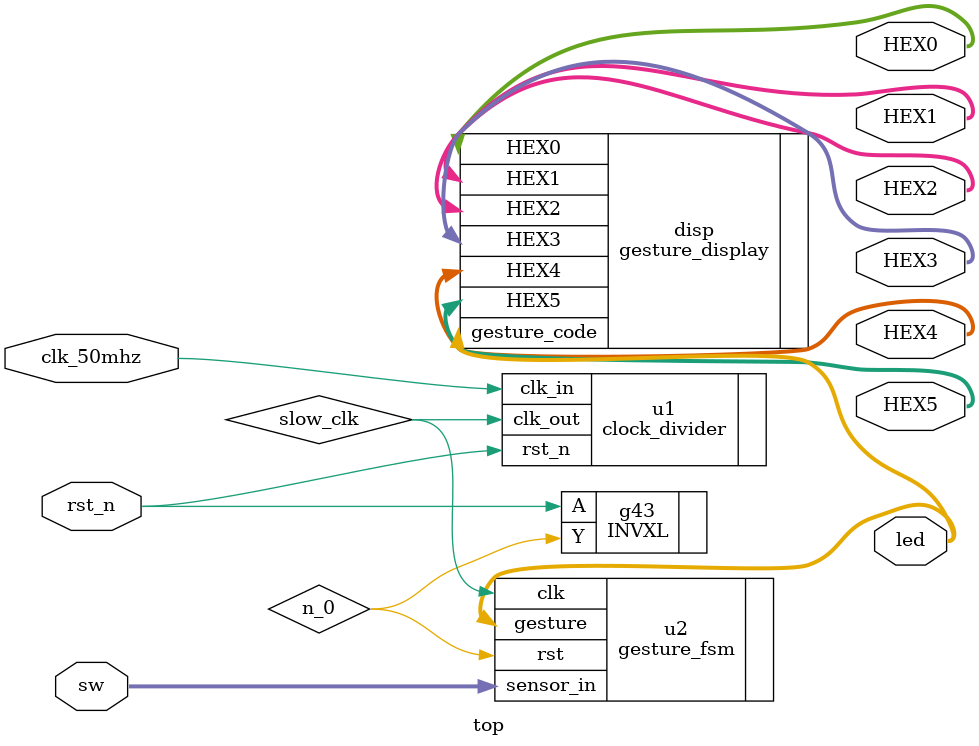
<source format=v>


// Verification Directory fv/top 

module top(clk_50mhz, rst_n, sw, led, HEX0, HEX1, HEX2, HEX3, HEX4,
     HEX5);
  input clk_50mhz, rst_n;
  input [3:0] sw;
  output [3:0] led;
  output [6:0] HEX0, HEX1, HEX2, HEX3, HEX4, HEX5;
  wire clk_50mhz, rst_n;
  wire [3:0] sw;
  wire [3:0] led;
  wire [6:0] HEX0, HEX1, HEX2, HEX3, HEX4, HEX5;
  wire n_0, slow_clk;
  gesture_display disp(.gesture_code (led), .HEX0 (HEX0), .HEX1 (HEX1),
       .HEX2 (HEX2), .HEX3 (HEX3), .HEX4 (HEX4), .HEX5 (HEX5));
  clock_divider u1(.clk_in (clk_50mhz), .rst_n (rst_n), .clk_out
       (slow_clk));
  gesture_fsm u2(.clk (slow_clk), .rst (n_0), .sensor_in (sw), .gesture
       (led));
  INVXL g43(.A (rst_n), .Y (n_0));
endmodule


</source>
